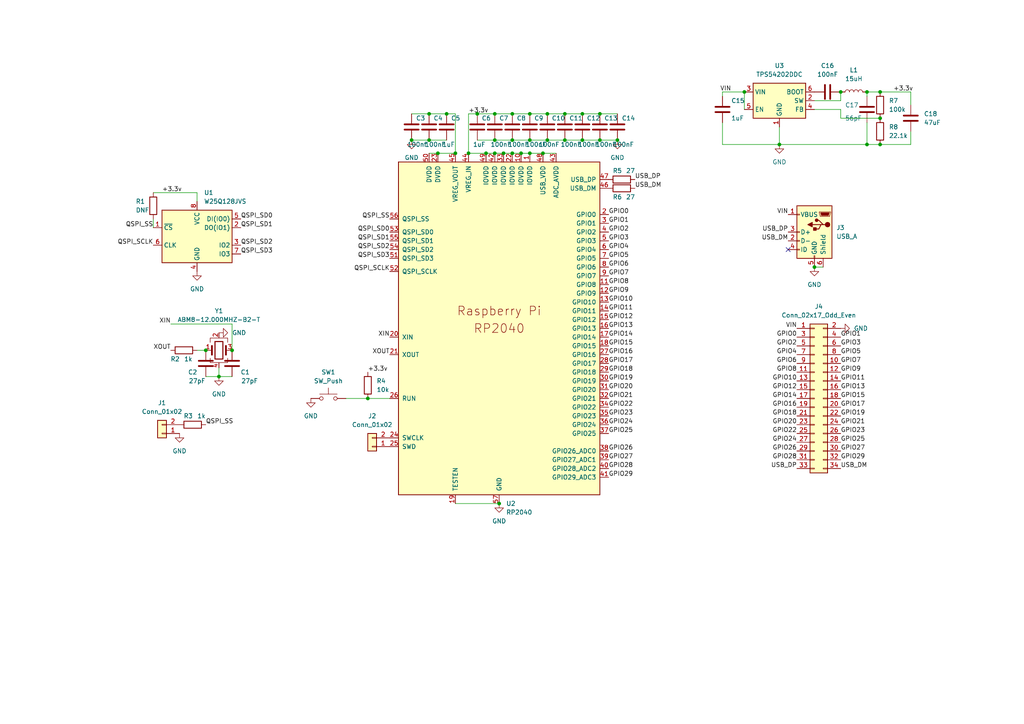
<source format=kicad_sch>
(kicad_sch (version 20211123) (generator eeschema)
  (paper "A4")
  (lib_symbols
    (symbol "Connector:USB_B_Micro" (pin_names (offset 1.016))
      (property "Reference" "J" (at -5.08 11.43 0))
      (property "Value" "USB_B_Micro" (at -5.08 8.89 0))
      (symbol "USB_B_Micro_0_1"
        (rectangle (start -5.08 -7.62) (end 5.08 7.62) (stroke (width 0.254)) (fill (type background)))
        (circle (center -3.81 2.159) (radius 0.635) (stroke (width 0.254)) (fill (type outline)))
        (circle (center -0.635 3.429) (radius 0.381) (stroke (width 0.254)) (fill (type outline)))
        (rectangle (start -0.127 -7.62) (end 0.127 -6.858))
        (polyline (pts (xy -1.905 2.159) (xy 0.635 2.159)) (stroke (width 0.254)))
        (polyline (pts (xy -3.175 2.159) (xy -2.54 2.159) (xy -1.27 3.429) (xy -0.635 3.429)) (stroke (width 0.254)))
        (polyline (pts (xy -2.54 2.159) (xy -1.905 2.159) (xy -1.27 0.889) (xy 0 0.889)) (stroke (width 0.254)))
        (polyline (pts (xy 0.635 2.794) (xy 0.635 1.524) (xy 1.905 2.159) (xy 0.635 2.794)) (stroke (width 0.254)) (fill (type outline)))
        (polyline (pts (xy -4.318 5.588) (xy -1.778 5.588) (xy -2.032 4.826) (xy -4.064 4.826) (xy -4.318 5.588)) (fill (type outline)))
        (polyline (pts (xy -4.699 5.842) (xy -4.699 5.588) (xy -4.445 4.826) (xy -4.445 4.572) (xy -1.651 4.572) (xy -1.651 4.826) (xy -1.397 5.588) (xy -1.397 5.842) (xy -4.699 5.842)))
        (rectangle (start 0.254 1.27) (end -0.508 0.508) (stroke (width 0.254)) (fill (type outline)))
        (rectangle (start 5.08 -5.207) (end 4.318 -4.953))
        (rectangle (start 5.08 -2.667) (end 4.318 -2.413))
        (rectangle (start 5.08 -0.127) (end 4.318 0.127))
        (rectangle (start 5.08 4.953) (end 4.318 5.207))
      )
      (symbol "USB_B_Micro_1_1"
        (pin power_out line (at 7.62 5.08 180) (length 2.54) (name "VBUS") (number "1"))
        (pin bidirectional line (at 7.62 -2.54 180) (length 2.54) (name "D-") (number "2"))
        (pin bidirectional line (at 7.62 0 180) (length 2.54) (name "D+") (number "3"))
        (pin passive line (at 7.62 -5.08 180) (length 2.54) (name "ID") (number "4"))
        (pin power_out line (at 0 -10.16 90) (length 2.54) (name "GND") (number "5"))
        (pin passive line (at -2.54 -10.16 90) (length 2.54) (name "Shield") (number "6"))
      )
    )
    (symbol "Connector_Generic:Conn_01x02" (pin_names (offset 1.016) hide)
      (property "Reference" "J" (at 0 2.54 0))
      (property "Value" "Conn_01x02" (at 0 -5.08 0))
      (symbol "Conn_01x02_1_1"
        (rectangle (start -1.27 -2.413) (end 0 -2.667) (stroke (width 0.1524)))
        (rectangle (start -1.27 0.127) (end 0 -0.127) (stroke (width 0.1524)))
        (rectangle (start -1.27 1.27) (end 1.27 -3.81) (stroke (width 0.254)) (fill (type background)))
        (pin passive line (at -5.08 0 0) (length 3.81) (name "Pin_1") (number "1"))
        (pin passive line (at -5.08 -2.54 0) (length 3.81) (name "Pin_2") (number "2"))
      )
    )
    (symbol "Connector_Generic:Conn_02x17_Odd_Even" (pin_names (offset 1.016) hide)
      (property "Reference" "J" (at 1.27 22.86 0))
      (property "Value" "Conn_02x17_Odd_Even" (at 1.27 -22.86 0))
      (symbol "Conn_02x17_Odd_Even_1_1"
        (rectangle (start -1.27 -20.193) (end 0 -20.447) (stroke (width 0.1524)))
        (rectangle (start -1.27 -17.653) (end 0 -17.907) (stroke (width 0.1524)))
        (rectangle (start -1.27 -15.113) (end 0 -15.367) (stroke (width 0.1524)))
        (rectangle (start -1.27 -12.573) (end 0 -12.827) (stroke (width 0.1524)))
        (rectangle (start -1.27 -10.033) (end 0 -10.287) (stroke (width 0.1524)))
        (rectangle (start -1.27 -7.493) (end 0 -7.747) (stroke (width 0.1524)))
        (rectangle (start -1.27 -4.953) (end 0 -5.207) (stroke (width 0.1524)))
        (rectangle (start -1.27 -2.413) (end 0 -2.667) (stroke (width 0.1524)))
        (rectangle (start -1.27 0.127) (end 0 -0.127) (stroke (width 0.1524)))
        (rectangle (start -1.27 2.667) (end 0 2.413) (stroke (width 0.1524)))
        (rectangle (start -1.27 5.207) (end 0 4.953) (stroke (width 0.1524)))
        (rectangle (start -1.27 7.747) (end 0 7.493) (stroke (width 0.1524)))
        (rectangle (start -1.27 10.287) (end 0 10.033) (stroke (width 0.1524)))
        (rectangle (start -1.27 12.827) (end 0 12.573) (stroke (width 0.1524)))
        (rectangle (start -1.27 15.367) (end 0 15.113) (stroke (width 0.1524)))
        (rectangle (start -1.27 17.907) (end 0 17.653) (stroke (width 0.1524)))
        (rectangle (start -1.27 20.447) (end 0 20.193) (stroke (width 0.1524)))
        (rectangle (start -1.27 21.59) (end 3.81 -21.59) (stroke (width 0.254)) (fill (type background)))
        (rectangle (start 3.81 -20.193) (end 2.54 -20.447) (stroke (width 0.1524)))
        (rectangle (start 3.81 -17.653) (end 2.54 -17.907) (stroke (width 0.1524)))
        (rectangle (start 3.81 -15.113) (end 2.54 -15.367) (stroke (width 0.1524)))
        (rectangle (start 3.81 -12.573) (end 2.54 -12.827) (stroke (width 0.1524)))
        (rectangle (start 3.81 -10.033) (end 2.54 -10.287) (stroke (width 0.1524)))
        (rectangle (start 3.81 -7.493) (end 2.54 -7.747) (stroke (width 0.1524)))
        (rectangle (start 3.81 -4.953) (end 2.54 -5.207) (stroke (width 0.1524)))
        (rectangle (start 3.81 -2.413) (end 2.54 -2.667) (stroke (width 0.1524)))
        (rectangle (start 3.81 0.127) (end 2.54 -0.127) (stroke (width 0.1524)))
        (rectangle (start 3.81 2.667) (end 2.54 2.413) (stroke (width 0.1524)))
        (rectangle (start 3.81 5.207) (end 2.54 4.953) (stroke (width 0.1524)))
        (rectangle (start 3.81 7.747) (end 2.54 7.493) (stroke (width 0.1524)))
        (rectangle (start 3.81 10.287) (end 2.54 10.033) (stroke (width 0.1524)))
        (rectangle (start 3.81 12.827) (end 2.54 12.573) (stroke (width 0.1524)))
        (rectangle (start 3.81 15.367) (end 2.54 15.113) (stroke (width 0.1524)))
        (rectangle (start 3.81 17.907) (end 2.54 17.653) (stroke (width 0.1524)))
        (rectangle (start 3.81 20.447) (end 2.54 20.193) (stroke (width 0.1524)))
        (pin passive line (at -5.08 20.32 0) (length 3.81) (name "Pin_1") (number "1"))
        (pin passive line (at 7.62 10.16 180) (length 3.81) (name "Pin_10") (number "10"))
        (pin passive line (at -5.08 7.62 0) (length 3.81) (name "Pin_11") (number "11"))
        (pin passive line (at 7.62 7.62 180) (length 3.81) (name "Pin_12") (number "12"))
        (pin passive line (at -5.08 5.08 0) (length 3.81) (name "Pin_13") (number "13"))
        (pin passive line (at 7.62 5.08 180) (length 3.81) (name "Pin_14") (number "14"))
        (pin passive line (at -5.08 2.54 0) (length 3.81) (name "Pin_15") (number "15"))
        (pin passive line (at 7.62 2.54 180) (length 3.81) (name "Pin_16") (number "16"))
        (pin passive line (at -5.08 0 0) (length 3.81) (name "Pin_17") (number "17"))
        (pin passive line (at 7.62 0 180) (length 3.81) (name "Pin_18") (number "18"))
        (pin passive line (at -5.08 -2.54 0) (length 3.81) (name "Pin_19") (number "19"))
        (pin passive line (at 7.62 20.32 180) (length 3.81) (name "Pin_2") (number "2"))
        (pin passive line (at 7.62 -2.54 180) (length 3.81) (name "Pin_20") (number "20"))
        (pin passive line (at -5.08 -5.08 0) (length 3.81) (name "Pin_21") (number "21"))
        (pin passive line (at 7.62 -5.08 180) (length 3.81) (name "Pin_22") (number "22"))
        (pin passive line (at -5.08 -7.62 0) (length 3.81) (name "Pin_23") (number "23"))
        (pin passive line (at 7.62 -7.62 180) (length 3.81) (name "Pin_24") (number "24"))
        (pin passive line (at -5.08 -10.16 0) (length 3.81) (name "Pin_25") (number "25"))
        (pin passive line (at 7.62 -10.16 180) (length 3.81) (name "Pin_26") (number "26"))
        (pin passive line (at -5.08 -12.7 0) (length 3.81) (name "Pin_27") (number "27"))
        (pin passive line (at 7.62 -12.7 180) (length 3.81) (name "Pin_28") (number "28"))
        (pin passive line (at -5.08 -15.24 0) (length 3.81) (name "Pin_29") (number "29"))
        (pin passive line (at -5.08 17.78 0) (length 3.81) (name "Pin_3") (number "3"))
        (pin passive line (at 7.62 -15.24 180) (length 3.81) (name "Pin_30") (number "30"))
        (pin passive line (at -5.08 -17.78 0) (length 3.81) (name "Pin_31") (number "31"))
        (pin passive line (at 7.62 -17.78 180) (length 3.81) (name "Pin_32") (number "32"))
        (pin passive line (at -5.08 -20.32 0) (length 3.81) (name "Pin_33") (number "33"))
        (pin passive line (at 7.62 -20.32 180) (length 3.81) (name "Pin_34") (number "34"))
        (pin passive line (at 7.62 17.78 180) (length 3.81) (name "Pin_4") (number "4"))
        (pin passive line (at -5.08 15.24 0) (length 3.81) (name "Pin_5") (number "5"))
        (pin passive line (at 7.62 15.24 180) (length 3.81) (name "Pin_6") (number "6"))
        (pin passive line (at -5.08 12.7 0) (length 3.81) (name "Pin_7") (number "7"))
        (pin passive line (at 7.62 12.7 180) (length 3.81) (name "Pin_8") (number "8"))
        (pin passive line (at -5.08 10.16 0) (length 3.81) (name "Pin_9") (number "9"))
      )
    )
    (symbol "Device:C" (pin_numbers hide) (pin_names (offset 0.254))
      (property "Reference" "C" (at 0.635 2.54 0))
      (property "Value" "C" (at 0.635 -2.54 0))
      (symbol "C_0_1"
        (polyline (pts (xy -2.032 -0.762) (xy 2.032 -0.762)) (stroke (width 0.508)))
        (polyline (pts (xy -2.032 0.762) (xy 2.032 0.762)) (stroke (width 0.508)))
      )
      (symbol "C_1_1"
        (pin passive line (at 0 3.81 270) (length 2.794) (name "~") (number "1"))
        (pin passive line (at 0 -3.81 90) (length 2.794) (name "~") (number "2"))
      )
    )
    (symbol "Device:Crystal_GND24" (pin_names (offset 1.016) hide)
      (property "Reference" "Y" (at 3.175 5.08 0))
      (property "Value" "Crystal_GND24" (at 3.175 3.175 0))
      (symbol "Crystal_GND24_0_1"
        (rectangle (start -1.143 2.54) (end 1.143 -2.54) (stroke (width 0.3048)))
        (polyline (pts (xy -2.54 0) (xy -2.032 0)))
        (polyline (pts (xy -2.032 -1.27) (xy -2.032 1.27)) (stroke (width 0.508)))
        (polyline (pts (xy 0 -3.81) (xy 0 -3.556)))
        (polyline (pts (xy 0 3.556) (xy 0 3.81)))
        (polyline (pts (xy 2.032 -1.27) (xy 2.032 1.27)) (stroke (width 0.508)))
        (polyline (pts (xy 2.032 0) (xy 2.54 0)))
        (polyline (pts (xy -2.54 -2.286) (xy -2.54 -3.556) (xy 2.54 -3.556) (xy 2.54 -2.286)))
        (polyline (pts (xy -2.54 2.286) (xy -2.54 3.556) (xy 2.54 3.556) (xy 2.54 2.286)))
      )
      (symbol "Crystal_GND24_1_1"
        (pin passive line (at -3.81 0 0) (length 1.27) (name "1") (number "1"))
        (pin passive line (at 0 5.08 270) (length 1.27) (name "2") (number "2"))
        (pin passive line (at 3.81 0 180) (length 1.27) (name "3") (number "3"))
        (pin passive line (at 0 -5.08 90) (length 1.27) (name "4") (number "4"))
      )
    )
    (symbol "Device:L" (pin_numbers hide) (pin_names (offset 1.016) hide)
      (property "Reference" "L" (at -1.27 0 90))
      (property "Value" "L" (at 1.905 0 90))
      (symbol "L_0_1"
        (arc (start 0 -2.54) (mid 0.635 -1.905) (end 0 -1.27))
        (arc (start 0 -1.27) (mid 0.635 -0.635) (end 0 0))
        (arc (start 0 0) (mid 0.635 0.635) (end 0 1.27))
        (arc (start 0 1.27) (mid 0.635 1.905) (end 0 2.54))
      )
      (symbol "L_1_1"
        (pin passive line (at 0 3.81 270) (length 1.27) (name "1") (number "1"))
        (pin passive line (at 0 -3.81 90) (length 1.27) (name "2") (number "2"))
      )
    )
    (symbol "Device:R" (pin_numbers hide) (pin_names (offset 0))
      (property "Reference" "R" (at 2.032 0 90))
      (property "Value" "R" (at 0 0 90))
      (symbol "R_0_1"
        (rectangle (start -1.016 -2.54) (end 1.016 2.54) (stroke (width 0.254)))
      )
      (symbol "R_1_1"
        (pin passive line (at 0 3.81 270) (length 1.27) (name "~") (number "1"))
        (pin passive line (at 0 -3.81 90) (length 1.27) (name "~") (number "2"))
      )
    )
    (symbol "Memory_Flash:W25Q128JVS"
      (property "Reference" "U" (at -8.89 8.89 0))
      (property "Value" "W25Q128JVS" (at 7.62 8.89 0))
      (symbol "W25Q128JVS_0_1"
        (rectangle (start -10.16 7.62) (end 10.16 -7.62) (stroke (width 0.254)) (fill (type background)))
      )
      (symbol "W25Q128JVS_1_1"
        (pin input line (at -12.7 2.54 0) (length 2.54) (name "~{CS}") (number "1"))
        (pin bidirectional line (at 12.7 2.54 180) (length 2.54) (name "DO(IO1)") (number "2"))
        (pin bidirectional line (at 12.7 -2.54 180) (length 2.54) (name "IO2") (number "3"))
        (pin power_in line (at 0 -10.16 90) (length 2.54) (name "GND") (number "4"))
        (pin bidirectional line (at 12.7 5.08 180) (length 2.54) (name "DI(IO0)") (number "5"))
        (pin input line (at -12.7 -2.54 0) (length 2.54) (name "CLK") (number "6"))
        (pin bidirectional line (at 12.7 -5.08 180) (length 2.54) (name "IO3") (number "7"))
        (pin power_in line (at 0 10.16 270) (length 2.54) (name "VCC") (number "8"))
      )
    )
    (symbol "Regulator_Switching:TPS54202DDC"
      (property "Reference" "U" (at -7.62 6.35 0))
      (property "Value" "TPS54202DDC" (at 0 6.35 0))
      (symbol "TPS54202DDC_0_1"
        (rectangle (start -7.62 5.08) (end 7.62 -5.08) (stroke (width 0.254)) (fill (type background)))
      )
      (symbol "TPS54202DDC_1_1"
        (pin power_in line (at 0 -7.62 90) (length 2.54) (name "GND") (number "1"))
        (pin power_out line (at 10.16 0 180) (length 2.54) (name "SW") (number "2"))
        (pin power_in line (at -10.16 2.54 0) (length 2.54) (name "VIN") (number "3"))
        (pin input line (at 10.16 -2.54 180) (length 2.54) (name "FB") (number "4"))
        (pin input line (at -10.16 -2.54 0) (length 2.54) (name "EN") (number "5"))
        (pin passive line (at 10.16 2.54 180) (length 2.54) (name "BOOT") (number "6"))
      )
    )
    (symbol "Switch:SW_Push" (pin_numbers hide) (pin_names (offset 1.016) hide)
      (property "Reference" "SW" (at 1.27 2.54 0))
      (property "Value" "SW_Push" (at 0 -1.524 0))
      (symbol "SW_Push_0_1"
        (circle (center -2.032 0) (radius 0.508))
        (polyline (pts (xy 0 1.27) (xy 0 3.048)))
        (polyline (pts (xy 2.54 1.27) (xy -2.54 1.27)))
        (circle (center 2.032 0) (radius 0.508))
        (pin passive line (at -5.08 0 0) (length 2.54) (name "1") (number "1"))
        (pin passive line (at 5.08 0 180) (length 2.54) (name "2") (number "2"))
      )
    )
    (symbol "power:GND" (power) (pin_names (offset 0))
      (property "Value" "GND" (at 0 -3.81 0))
      (symbol "GND_0_1"
        (polyline (pts (xy 0 0) (xy 0 -1.27) (xy 1.27 -1.27) (xy 0 -2.54) (xy -1.27 -1.27) (xy 0 -1.27)))
      )
      (symbol "GND_1_1"
        (pin power_in line (at 0 0 270) (length 0) hide (name "GND") (number "1"))
      )
    )
    (symbol "rp2040-control-board:RP2040" (pin_names (offset 1.016))
      (property "Reference" "U" (at -29.21 49.53 0))
      (property "Value" "RP2040" (at 24.13 -49.53 0))
      (symbol "RP2040_0_0"
        (text "Raspberry Pi" (at 0 5.08 0) (effects (font (size 2.54 2.54))))
        (text "RP2040" (at 0 0 0) (effects (font (size 2.54 2.54))))
      )
      (symbol "RP2040_0_1"
        (rectangle (start 29.21 48.26) (end -29.21 -48.26) (stroke (width 0.254)) (fill (type background)))
      )
      (symbol "RP2040_1_1"
        (pin power_in line (at 8.89 50.8 270) (length 2.54) (name "IOVDD") (number "1"))
        (pin power_in line (at 6.35 50.8 270) (length 2.54) (name "IOVDD") (number "10"))
        (pin bidirectional line (at 31.75 12.7 180) (length 2.54) (name "GPIO8") (number "11"))
        (pin bidirectional line (at 31.75 10.16 180) (length 2.54) (name "GPIO9") (number "12"))
        (pin bidirectional line (at 31.75 7.62 180) (length 2.54) (name "GPIO10") (number "13"))
        (pin bidirectional line (at 31.75 5.08 180) (length 2.54) (name "GPIO11") (number "14"))
        (pin bidirectional line (at 31.75 2.54 180) (length 2.54) (name "GPIO12") (number "15"))
        (pin bidirectional line (at 31.75 0 180) (length 2.54) (name "GPIO13") (number "16"))
        (pin bidirectional line (at 31.75 -2.54 180) (length 2.54) (name "GPIO14") (number "17"))
        (pin bidirectional line (at 31.75 -5.08 180) (length 2.54) (name "GPIO15") (number "18"))
        (pin passive line (at -12.7 -50.8 90) (length 2.54) (name "TESTEN") (number "19"))
        (pin bidirectional line (at 31.75 33.02 180) (length 2.54) (name "GPIO0") (number "2"))
        (pin input line (at -31.75 -2.54 0) (length 2.54) (name "XIN") (number "20"))
        (pin passive line (at -31.75 -7.62 0) (length 2.54) (name "XOUT") (number "21"))
        (pin power_in line (at 3.81 50.8 270) (length 2.54) (name "IOVDD") (number "22"))
        (pin power_in line (at -17.78 50.8 270) (length 2.54) (name "DVDD") (number "23"))
        (pin output line (at -31.75 -31.75 0) (length 2.54) (name "SWCLK") (number "24"))
        (pin bidirectional line (at -31.75 -34.29 0) (length 2.54) (name "SWD") (number "25"))
        (pin input line (at -31.75 -20.32 0) (length 2.54) (name "RUN") (number "26"))
        (pin bidirectional line (at 31.75 -7.62 180) (length 2.54) (name "GPIO16") (number "27"))
        (pin bidirectional line (at 31.75 -10.16 180) (length 2.54) (name "GPIO17") (number "28"))
        (pin bidirectional line (at 31.75 -12.7 180) (length 2.54) (name "GPIO18") (number "29"))
        (pin bidirectional line (at 31.75 30.48 180) (length 2.54) (name "GPIO1") (number "3"))
        (pin bidirectional line (at 31.75 -15.24 180) (length 2.54) (name "GPIO19") (number "30"))
        (pin bidirectional line (at 31.75 -17.78 180) (length 2.54) (name "GPIO20") (number "31"))
        (pin bidirectional line (at 31.75 -20.32 180) (length 2.54) (name "GPIO21") (number "32"))
        (pin power_in line (at 1.27 50.8 270) (length 2.54) (name "IOVDD") (number "33"))
        (pin bidirectional line (at 31.75 -22.86 180) (length 2.54) (name "GPIO22") (number "34"))
        (pin bidirectional line (at 31.75 -25.4 180) (length 2.54) (name "GPIO23") (number "35"))
        (pin bidirectional line (at 31.75 -27.94 180) (length 2.54) (name "GPIO24") (number "36"))
        (pin bidirectional line (at 31.75 -30.48 180) (length 2.54) (name "GPIO25") (number "37"))
        (pin bidirectional line (at 31.75 -35.56 180) (length 2.54) (name "GPIO26_ADC0") (number "38"))
        (pin bidirectional line (at 31.75 -38.1 180) (length 2.54) (name "GPIO27_ADC1") (number "39"))
        (pin bidirectional line (at 31.75 27.94 180) (length 2.54) (name "GPIO2") (number "4"))
        (pin bidirectional line (at 31.75 -40.64 180) (length 2.54) (name "GPIO28_ADC2") (number "40"))
        (pin bidirectional line (at 31.75 -43.18 180) (length 2.54) (name "GPIO29_ADC3") (number "41"))
        (pin power_in line (at -1.27 50.8 270) (length 2.54) (name "IOVDD") (number "42"))
        (pin power_in line (at 16.51 50.8 270) (length 2.54) (name "ADC_AVDD") (number "43"))
        (pin power_in line (at -8.89 50.8 270) (length 2.54) (name "VREG_IN") (number "44"))
        (pin power_out line (at -12.7 50.8 270) (length 2.54) (name "VREG_VOUT") (number "45"))
        (pin bidirectional line (at 31.75 40.64 180) (length 2.54) (name "USB_DM") (number "46"))
        (pin bidirectional line (at 31.75 43.18 180) (length 2.54) (name "USB_DP") (number "47"))
        (pin power_in line (at 12.7 50.8 270) (length 2.54) (name "USB_VDD") (number "48"))
        (pin power_in line (at -3.81 50.8 270) (length 2.54) (name "IOVDD") (number "49"))
        (pin bidirectional line (at 31.75 25.4 180) (length 2.54) (name "GPIO3") (number "5"))
        (pin power_in line (at -20.32 50.8 270) (length 2.54) (name "DVDD") (number "50"))
        (pin bidirectional line (at -31.75 20.32 0) (length 2.54) (name "QSPI_SD3") (number "51"))
        (pin output line (at -31.75 16.51 0) (length 2.54) (name "QSPI_SCLK") (number "52"))
        (pin bidirectional line (at -31.75 27.94 0) (length 2.54) (name "QSPI_SD0") (number "53"))
        (pin bidirectional line (at -31.75 22.86 0) (length 2.54) (name "QSPI_SD2") (number "54"))
        (pin bidirectional line (at -31.75 25.4 0) (length 2.54) (name "QSPI_SD1") (number "55"))
        (pin bidirectional line (at -31.75 31.75 0) (length 2.54) (name "QSPI_SS") (number "56"))
        (pin power_in line (at 0 -50.8 90) (length 2.54) (name "GND") (number "57"))
        (pin bidirectional line (at 31.75 22.86 180) (length 2.54) (name "GPIO4") (number "6"))
        (pin bidirectional line (at 31.75 20.32 180) (length 2.54) (name "GPIO5") (number "7"))
        (pin bidirectional line (at 31.75 17.78 180) (length 2.54) (name "GPIO6") (number "8"))
        (pin bidirectional line (at 31.75 15.24 180) (length 2.54) (name "GPIO7") (number "9"))
      )
    )
  )
  (junction (at 251.46 26.67))
  (junction (at 135.89 44.45))
  (junction (at 255.27 26.67))
  (junction (at 251.46 41.91))
  (junction (at 243.84 26.67))
  (junction (at 157.48 44.45))
  (junction (at 119.38 40.64))
  (junction (at 168.91 33.02))
  (junction (at 138.43 33.02))
  (junction (at 148.59 44.45))
  (junction (at 163.83 33.02))
  (junction (at 127 44.45))
  (junction (at 143.51 33.02))
  (junction (at 132.08 44.45))
  (junction (at 63.5 109.22))
  (junction (at 153.67 44.45))
  (junction (at 151.13 44.45))
  (junction (at 255.27 41.91))
  (junction (at 106.68 115.57))
  (junction (at 153.67 33.02))
  (junction (at 124.46 33.02))
  (junction (at 129.54 33.02))
  (junction (at 236.22 77.47))
  (junction (at 215.9 26.67))
  (junction (at 158.75 33.02))
  (junction (at 255.27 34.29))
  (junction (at 143.51 44.45))
  (junction (at 143.51 40.64))
  (junction (at 67.31 101.6))
  (junction (at 173.99 33.02))
  (junction (at 148.59 40.64))
  (junction (at 153.67 40.64))
  (junction (at 59.69 101.6))
  (junction (at 173.99 40.64))
  (junction (at 168.91 40.64))
  (junction (at 163.83 40.64))
  (junction (at 158.75 40.64))
  (junction (at 226.06 41.91))
  (junction (at 146.05 44.45))
  (junction (at 144.78 146.05))
  (junction (at 179.07 40.64))
  (junction (at 148.59 33.02))
  (junction (at 124.46 40.64))
  (junction (at 140.97 44.45))
  (no_connect (at 228.6 72.39))
  (wire (pts (xy 124.46 40.64) (xy 129.54 40.64)))
  (wire (pts (xy 138.43 33.02) (xy 135.89 33.02)))
  (wire (pts (xy 243.84 34.29) (xy 255.27 34.29)))
  (wire (pts (xy 135.89 44.45) (xy 140.97 44.45)))
  (wire (pts (xy 127 44.45) (xy 132.08 44.45)))
  (wire (pts (xy 132.08 33.02) (xy 132.08 44.45)))
  (wire (pts (xy 100.33 115.57) (xy 106.68 115.57)))
  (wire (pts (xy 132.08 146.05) (xy 144.78 146.05)))
  (wire (pts (xy 264.16 30.48) (xy 264.16 26.67)))
  (wire (pts (xy 143.51 33.02) (xy 138.43 33.02)))
  (wire (pts (xy 173.99 33.02) (xy 168.91 33.02)))
  (wire (pts (xy 251.46 35.56) (xy 251.46 41.91)))
  (wire (pts (xy 49.53 93.98) (xy 67.31 93.98)))
  (wire (pts (xy 124.46 44.45) (xy 127 44.45)))
  (wire (pts (xy 153.67 44.45) (xy 157.48 44.45)))
  (wire (pts (xy 124.46 33.02) (xy 129.54 33.02)))
  (wire (pts (xy 236.22 31.75) (xy 243.84 31.75)))
  (wire (pts (xy 44.45 63.5) (xy 44.45 66.04)))
  (wire (pts (xy 158.75 33.02) (xy 153.67 33.02)))
  (wire (pts (xy 129.54 33.02) (xy 132.08 33.02)))
  (wire (pts (xy 63.5 109.22) (xy 67.31 109.22)))
  (wire (pts (xy 226.06 41.91) (xy 226.06 36.83)))
  (wire (pts (xy 209.55 27.94) (xy 209.55 26.67)))
  (wire (pts (xy 251.46 41.91) (xy 226.06 41.91)))
  (wire (pts (xy 143.51 44.45) (xy 146.05 44.45)))
  (wire (pts (xy 168.91 40.64) (xy 173.99 40.64)))
  (wire (pts (xy 148.59 44.45) (xy 151.13 44.45)))
  (wire (pts (xy 163.83 33.02) (xy 158.75 33.02)))
  (wire (pts (xy 119.38 33.02) (xy 124.46 33.02)))
  (wire (pts (xy 179.07 33.02) (xy 173.99 33.02)))
  (wire (pts (xy 44.45 55.88) (xy 57.15 55.88)))
  (wire (pts (xy 135.89 33.02) (xy 135.89 44.45)))
  (wire (pts (xy 243.84 31.75) (xy 243.84 34.29)))
  (wire (pts (xy 264.16 41.91) (xy 255.27 41.91)))
  (wire (pts (xy 173.99 40.64) (xy 179.07 40.64)))
  (wire (pts (xy 143.51 40.64) (xy 148.59 40.64)))
  (wire (pts (xy 63.5 106.68) (xy 63.5 109.22)))
  (wire (pts (xy 255.27 26.67) (xy 251.46 26.67)))
  (wire (pts (xy 106.68 115.57) (xy 113.03 115.57)))
  (wire (pts (xy 163.83 40.64) (xy 168.91 40.64)))
  (wire (pts (xy 153.67 40.64) (xy 158.75 40.64)))
  (wire (pts (xy 209.55 26.67) (xy 215.9 26.67)))
  (wire (pts (xy 57.15 58.42) (xy 57.15 55.88)))
  (wire (pts (xy 264.16 26.67) (xy 255.27 26.67)))
  (wire (pts (xy 243.84 29.21) (xy 243.84 26.67)))
  (wire (pts (xy 251.46 26.67) (xy 251.46 27.94)))
  (wire (pts (xy 119.38 40.64) (xy 124.46 40.64)))
  (wire (pts (xy 168.91 33.02) (xy 163.83 33.02)))
  (wire (pts (xy 63.5 109.22) (xy 59.69 109.22)))
  (wire (pts (xy 264.16 38.1) (xy 264.16 41.91)))
  (wire (pts (xy 236.22 29.21) (xy 243.84 29.21)))
  (wire (pts (xy 67.31 93.98) (xy 67.31 101.6)))
  (wire (pts (xy 148.59 40.64) (xy 153.67 40.64)))
  (wire (pts (xy 158.75 40.64) (xy 163.83 40.64)))
  (wire (pts (xy 146.05 44.45) (xy 148.59 44.45)))
  (wire (pts (xy 148.59 33.02) (xy 143.51 33.02)))
  (wire (pts (xy 157.48 44.45) (xy 161.29 44.45)))
  (wire (pts (xy 236.22 77.47) (xy 238.76 77.47)))
  (wire (pts (xy 153.67 33.02) (xy 148.59 33.02)))
  (wire (pts (xy 151.13 44.45) (xy 153.67 44.45)))
  (wire (pts (xy 209.55 41.91) (xy 226.06 41.91)))
  (wire (pts (xy 138.43 40.64) (xy 143.51 40.64)))
  (wire (pts (xy 255.27 41.91) (xy 251.46 41.91)))
  (wire (pts (xy 215.9 26.67) (xy 215.9 31.75)))
  (wire (pts (xy 140.97 44.45) (xy 143.51 44.45)))
  (wire (pts (xy 209.55 35.56) (xy 209.55 41.91)))
  (wire (pts (xy 57.15 101.6) (xy 59.69 101.6)))
  (label "USB_DM" (at 184.15 54.61 0))
  (label "GPIO20" (at 176.53 113.03 0))
  (label "GPIO26" (at 176.53 130.81 0))
  (label "GPIO2" (at 176.53 67.31 0))
  (label "VIN" (at 228.6 62.23 180))
  (label "GPIO23" (at 243.84 125.73 0))
  (label "GPIO19" (at 176.53 110.49 0))
  (label "USB_DM" (at 228.6 69.85 180))
  (label "QSPI_SD1" (at 69.85 66.04 0))
  (label "GPIO7" (at 176.53 80.01 0))
  (label "GPIO25" (at 243.84 128.27 0))
  (label "GPIO17" (at 243.84 118.11 0))
  (label "GPIO14" (at 176.53 97.79 0))
  (label "GPIO3" (at 243.84 100.33 0))
  (label "GPIO11" (at 243.84 110.49 0))
  (label "GPIO27" (at 176.53 133.35 0))
  (label "GPIO12" (at 231.14 113.03 180))
  (label "GPIO4" (at 231.14 102.87 180))
  (label "GPIO1" (at 243.84 97.79 0))
  (label "USB_DP" (at 231.14 135.89 180))
  (label "GPIO26" (at 231.14 130.81 180))
  (label "QSPI_SD1" (at 113.03 69.85 180))
  (label "GPIO6" (at 176.53 77.47 0))
  (label "GPIO24" (at 231.14 128.27 180))
  (label "GPIO1" (at 176.53 64.77 0))
  (label "GPIO10" (at 231.14 110.49 180))
  (label "GPIO3" (at 176.53 69.85 0))
  (label "GPIO21" (at 243.84 123.19 0))
  (label "GPIO28" (at 231.14 133.35 180))
  (label "USB_DP" (at 228.6 67.31 180))
  (label "GPIO9" (at 243.84 107.95 0))
  (label "GPIO7" (at 243.84 105.41 0))
  (label "GPIO22" (at 176.53 118.11 0))
  (label "GPIO21" (at 176.53 115.57 0))
  (label "QSPI_SD0" (at 69.85 63.5 0))
  (label "QSPI_SS" (at 44.45 66.04 180))
  (label "QSPI_SCLK" (at 113.03 78.74 180))
  (label "GPIO9" (at 176.53 85.09 0))
  (label "QSPI_SD2" (at 69.85 71.12 0))
  (label "VIN" (at 212.09 26.67 180))
  (label "GPIO12" (at 176.53 92.71 0))
  (label "GPIO2" (at 231.14 100.33 180))
  (label "VIN" (at 231.14 95.25 180))
  (label "GPIO5" (at 243.84 102.87 0))
  (label "GPIO23" (at 176.53 120.65 0))
  (label "GPIO8" (at 231.14 107.95 180))
  (label "GPIO15" (at 176.53 100.33 0))
  (label "XOUT" (at 113.03 102.87 180))
  (label "XIN" (at 113.03 97.79 180))
  (label "GPIO24" (at 176.53 123.19 0))
  (label "GPIO29" (at 176.53 138.43 0))
  (label "GPIO14" (at 231.14 115.57 180))
  (label "GPIO29" (at 243.84 133.35 0))
  (label "GPIO13" (at 243.84 113.03 0))
  (label "USB_DP" (at 184.15 52.07 0))
  (label "GPIO11" (at 176.53 90.17 0))
  (label "GPIO16" (at 176.53 102.87 0))
  (label "GPIO4" (at 176.53 72.39 0))
  (label "GPIO22" (at 231.14 125.73 180))
  (label "GPIO15" (at 243.84 115.57 0))
  (label "QSPI_SD3" (at 113.03 74.93 180))
  (label "XIN" (at 49.53 93.98 180))
  (label "GPIO25" (at 176.53 125.73 0))
  (label "GPIO18" (at 231.14 120.65 180))
  (label "GPIO20" (at 231.14 123.19 180))
  (label "QSPI_SS" (at 113.03 63.5 180))
  (label "QSPI_SCLK" (at 44.45 71.12 180))
  (label "QSPI_SD0" (at 113.03 67.31 180))
  (label "+3.3v" (at 135.89 33.02 0))
  (label "XOUT" (at 49.53 101.6 180))
  (label "GPIO13" (at 176.53 95.25 0))
  (label "GPIO6" (at 231.14 105.41 180))
  (label "GPIO19" (at 243.84 120.65 0))
  (label "GPIO0" (at 176.53 62.23 0))
  (label "GPIO28" (at 176.53 135.89 0))
  (label "GPIO5" (at 176.53 74.93 0))
  (label "GPIO17" (at 176.53 105.41 0))
  (label "USB_DM" (at 243.84 135.89 0))
  (label "+3.3v" (at 106.68 107.95 0))
  (label "GPIO18" (at 176.53 107.95 0))
  (label "+3.3v" (at 259.08 26.67 0))
  (label "GPIO16" (at 231.14 118.11 180))
  (label "GPIO8" (at 176.53 82.55 0))
  (label "GPIO10" (at 176.53 87.63 0))
  (label "QSPI_SD2" (at 113.03 72.39 180))
  (label "QSPI_SS" (at 59.69 123.19 0))
  (label "GPIO27" (at 243.84 130.81 0))
  (label "GPIO0" (at 231.14 97.79 180))
  (label "+3.3v" (at 46.99 55.88 0))
  (label "QSPI_SD3" (at 69.85 73.66 0))
  (symbol (lib_id "Device:R") (at 44.45 59.69 0) (unit 1)
    (property "Reference" "R1" (at 39.37 58.42 0) (effects (justify left)))
    (property "Value" "DNF" (at 39.37 60.96 0) (effects (justify left)))
    (property "Footprint" "Resistor_SMD:R_0603_1608Metric" (effects hide))
  )
  (symbol (lib_id "Device:C") (at 138.43 36.83 0) (unit 1)
    (property "Reference" "C6" (at 139.7 34.29 0) (effects (justify left)))
    (property "Value" "1uF" (at 137.16 41.91 0) (effects (justify left)))
    (property "Footprint" "Capacitor_SMD:C_0603_1608Metric" (effects hide))
  )
  (symbol (lib_id "Device:C") (at 240.03 26.67 90) (unit 1)
    (property "Reference" "C16" (at 240.03 19.05 90))
    (property "Value" "100nF" (at 240.03 21.59 90))
    (property "Footprint" "Capacitor_SMD:C_0603_1608Metric" (effects hide))
  )
  (symbol (lib_id "Device:C") (at 119.38 36.83 0) (unit 1)
    (property "Reference" "C3" (at 120.65 34.29 0) (effects (justify left)))
    (property "Value" "100nf" (at 118.11 41.91 0) (effects (justify left)))
    (property "Footprint" "Capacitor_SMD:C_0603_1608Metric" (effects hide))
  )
  (symbol (lib_id "Device:L") (at 247.65 26.67 90) (unit 1)
    (property "Reference" "L1" (at 247.65 20.32 90))
    (property "Value" "15uH" (at 247.65 22.86 90))
    (property "Footprint" "Inductor_SMD:L_0805_2012Metric_Pad1.15x1.40mm_HandSolder" (effects hide))
  )
  (symbol (lib_id "Device:C") (at 173.99 36.83 0) (unit 1)
    (property "Reference" "C13" (at 175.26 34.29 0) (effects (justify left)))
    (property "Value" "100nF" (at 172.72 41.91 0) (effects (justify left)))
    (property "Footprint" "Capacitor_SMD:C_0603_1608Metric" (effects hide))
  )
  (symbol (lib_id "Device:C") (at 153.67 36.83 0) (unit 1)
    (property "Reference" "C9" (at 154.94 34.29 0) (effects (justify left)))
    (property "Value" "100nF" (at 152.4 41.91 0) (effects (justify left)))
    (property "Footprint" "Capacitor_SMD:C_0603_1608Metric" (effects hide))
  )
  (symbol (lib_id "power:GND") (at 236.22 77.47 0) (unit 1)
    (property "Reference" "#PWR09" (effects hide))
    (property "Value" "GND" (at 236.22 82.55 0))
  )
  (symbol (lib_id "power:GND") (at 63.5 109.22 0) (unit 1)
    (property "Reference" "#PWR03" (effects hide))
    (property "Value" "GND" (at 63.5 114.3 0))
  )
  (symbol (lib_id "power:GND") (at 119.38 40.64 0) (unit 1)
    (property "Reference" "#PWR05" (effects hide))
    (property "Value" "GND" (at 119.38 45.72 0))
  )
  (symbol (lib_id "power:GND") (at 226.06 41.91 0) (unit 1)
    (property "Reference" "#PWR08" (effects hide))
    (property "Value" "GND" (at 226.06 46.99 0))
  )
  (symbol (lib_id "Device:R") (at 255.27 30.48 0) (unit 1)
    (property "Reference" "R7" (at 257.81 29.2099 0) (effects (justify left)))
    (property "Value" "100k" (at 257.81 31.7499 0) (effects (justify left)))
    (property "Footprint" "Resistor_SMD:R_0603_1608Metric" (effects hide))
  )
  (symbol (lib_id "Device:C") (at 264.16 34.29 0) (unit 1)
    (property "Reference" "C18" (at 267.97 33.0199 0) (effects (justify left)))
    (property "Value" "47uF" (at 267.97 35.5599 0) (effects (justify left)))
    (property "Footprint" "Capacitor_SMD:C_0603_1608Metric" (effects hide))
  )
  (symbol (lib_id "Connector:USB_B_Micro") (at 236.22 67.31 0) (mirror y) (unit 1)
    (property "Reference" "J3" (at 242.57 66.0399 0) (effects (justify right)))
    (property "Value" "USB_A" (at 242.57 68.5799 0) (effects (justify right)))
    (property "Footprint" "Connector_USB:USB_Micro-B_Amphenol_10103594-0001LF_Horizontal" (effects hide))
  )
  (symbol (lib_id "Device:C") (at 209.55 31.75 0) (unit 1)
    (property "Reference" "C15" (at 212.09 29.21 0) (effects (justify left)))
    (property "Value" "1uF" (at 212.09 34.29 0) (effects (justify left)))
    (property "Footprint" "Capacitor_SMD:C_0603_1608Metric" (effects hide))
  )
  (symbol (lib_id "Device:R") (at 180.34 54.61 90) (unit 1)
    (property "Reference" "R6" (at 179.07 57.15 90))
    (property "Value" "27" (at 182.88 57.15 90))
    (property "Footprint" "Resistor_SMD:R_0603_1608Metric" (effects hide))
  )
  (symbol (lib_id "power:GND") (at 63.5 96.52 90) (unit 1)
    (property "Reference" "#PWR0101" (effects hide))
    (property "Value" "GND" (at 67.31 96.5199 90) (effects (justify right)))
  )
  (symbol (lib_id "Device:C") (at 59.69 105.41 0) (mirror x) (unit 1)
    (property "Reference" "C2" (at 55.88 107.95 0))
    (property "Value" "27pF" (at 57.15 110.49 0))
    (property "Footprint" "Capacitor_SMD:C_0603_1608Metric" (effects hide))
  )
  (symbol (lib_id "Device:C") (at 67.31 105.41 0) (mirror x) (unit 1)
    (property "Reference" "C1" (at 71.12 107.95 0))
    (property "Value" "27pF" (at 72.39 110.49 0))
    (property "Footprint" "Capacitor_SMD:C_0603_1608Metric" (effects hide))
  )
  (symbol (lib_id "Device:R") (at 255.27 38.1 0) (unit 1)
    (property "Reference" "R8" (at 257.81 36.8299 0) (effects (justify left)))
    (property "Value" "22.1k" (at 257.81 39.3699 0) (effects (justify left)))
    (property "Footprint" "Resistor_SMD:R_0603_1608Metric" (effects hide))
  )
  (symbol (lib_id "Device:C") (at 163.83 36.83 0) (unit 1)
    (property "Reference" "C11" (at 165.1 34.29 0) (effects (justify left)))
    (property "Value" "100nF" (at 162.56 41.91 0) (effects (justify left)))
    (property "Footprint" "Capacitor_SMD:C_0603_1608Metric" (effects hide))
  )
  (symbol (lib_id "power:GND") (at 179.07 40.64 0) (unit 1)
    (property "Reference" "#PWR07" (effects hide))
    (property "Value" "GND" (at 179.07 45.72 0))
  )
  (symbol (lib_id "power:GND") (at 90.17 115.57 0) (unit 1)
    (property "Reference" "#PWR04" (effects hide))
    (property "Value" "GND" (at 90.17 120.65 0))
  )
  (symbol (lib_id "Device:C") (at 251.46 31.75 0) (unit 1)
    (property "Reference" "C17" (at 245.11 30.48 0) (effects (justify left)))
    (property "Value" "56pF" (at 245.11 34.29 0) (effects (justify left)))
    (property "Footprint" "Capacitor_SMD:C_0603_1608Metric" (effects hide))
  )
  (symbol (lib_id "Device:C") (at 143.51 36.83 0) (unit 1)
    (property "Reference" "C7" (at 144.78 34.29 0) (effects (justify left)))
    (property "Value" "100nF" (at 142.24 41.91 0) (effects (justify left)))
    (property "Footprint" "Capacitor_SMD:C_0603_1608Metric" (effects hide))
  )
  (symbol (lib_id "Device:C") (at 148.59 36.83 0) (unit 1)
    (property "Reference" "C8" (at 149.86 34.29 0) (effects (justify left)))
    (property "Value" "100nF" (at 147.32 41.91 0) (effects (justify left)))
    (property "Footprint" "Capacitor_SMD:C_0603_1608Metric" (effects hide))
  )
  (symbol (lib_id "Device:C") (at 179.07 36.83 0) (unit 1)
    (property "Reference" "C14" (at 180.34 34.29 0) (effects (justify left)))
    (property "Value" "100nF" (at 177.8 41.91 0) (effects (justify left)))
    (property "Footprint" "Capacitor_SMD:C_0603_1608Metric" (effects hide))
  )
  (symbol (lib_id "rp2040-control-board:RP2040") (at 144.78 95.25 0) (unit 1)
    (property "Reference" "U2" (at 146.7994 146.05 0) (effects (justify left)))
    (property "Value" "RP2040" (at 146.7994 148.59 0) (effects (justify left)))
    (property "Footprint" "rp2040-control-board:RP2040-QFN-56" (effects hide))
  )
  (symbol (lib_id "Connector_Generic:Conn_01x02") (at 107.95 129.54 180) (unit 1)
    (property "Reference" "J2" (at 107.95 120.65 0))
    (property "Value" "Conn_01x02" (at 107.95 123.19 0))
    (property "Footprint" "Connector_PinHeader_2.54mm:PinHeader_1x02_P2.54mm_Vertical" (effects hide))
  )
  (symbol (lib_id "Device:R") (at 180.34 52.07 90) (unit 1)
    (property "Reference" "R5" (at 179.07 49.53 90))
    (property "Value" "27" (at 182.88 49.53 90))
    (property "Footprint" "Resistor_SMD:R_0603_1608Metric" (effects hide))
  )
  (symbol (lib_id "Connector_Generic:Conn_02x17_Odd_Even") (at 236.22 115.57 0) (unit 1)
    (property "Reference" "J4" (at 237.49 88.9 0))
    (property "Value" "Conn_02x17_Odd_Even" (at 237.49 91.44 0))
    (property "Footprint" "Connector_PinHeader_2.54mm:PinHeader_2x17_P2.54mm_Horizontal" (effects hide))
  )
  (symbol (lib_id "Device:R") (at 53.34 101.6 90) (mirror x) (unit 1)
    (property "Reference" "R2" (at 50.8 104.14 90))
    (property "Value" "1k" (at 54.61 104.14 90))
    (property "Footprint" "Resistor_SMD:R_0603_1608Metric" (effects hide))
  )
  (symbol (lib_id "Device:R") (at 55.88 123.19 90) (unit 1)
    (property "Reference" "R3" (at 54.61 120.65 90))
    (property "Value" "1k" (at 58.42 120.65 90))
    (property "Footprint" "Resistor_SMD:R_0603_1608Metric" (effects hide))
  )
  (symbol (lib_id "power:GND") (at 243.84 95.25 90) (unit 1)
    (property "Reference" "#PWR010" (effects hide))
    (property "Value" "GND" (at 247.65 95.2499 90) (effects (justify right)))
  )
  (symbol (lib_id "power:GND") (at 52.07 125.73 0) (unit 1)
    (property "Reference" "#PWR01" (effects hide))
    (property "Value" "GND" (at 52.07 130.81 0))
  )
  (symbol (lib_id "Device:C") (at 158.75 36.83 0) (unit 1)
    (property "Reference" "C10" (at 160.02 34.29 0) (effects (justify left)))
    (property "Value" "100nF" (at 156.21 41.91 0) (effects (justify left)))
    (property "Footprint" "Capacitor_SMD:C_0603_1608Metric" (effects hide))
  )
  (symbol (lib_id "Memory_Flash:W25Q128JVS") (at 57.15 68.58 0) (unit 1)
    (property "Reference" "U1" (at 59.1694 55.88 0) (effects (justify left)))
    (property "Value" "W25Q128JVS" (at 59.1694 58.42 0) (effects (justify left)))
    (property "Footprint" "Package_SO:SOIC-8_5.23x5.23mm_P1.27mm" (effects hide))
    (property "Datasheet" "http://www.winbond.com/resource-files/w25q128jv_dtr%20revc%2003272018%20plus.pdf" (effects hide))
  )
  (symbol (lib_id "power:GND") (at 144.78 146.05 0) (unit 1)
    (property "Reference" "#PWR06" (effects hide))
    (property "Value" "GND" (at 144.78 151.13 0))
  )
  (symbol (lib_id "Device:Crystal_GND24") (at 63.5 101.6 0) (unit 1)
    (property "Reference" "Y1" (at 63.5 90.17 0))
    (property "Value" "ABM8-12.000MHZ-B2-T" (at 63.5 92.71 0))
    (property "Footprint" "Crystal:Crystal_SMD_Abracon_ABM8G-4Pin_3.2x2.5mm" (effects hide))
  )
  (symbol (lib_id "Device:C") (at 168.91 36.83 0) (unit 1)
    (property "Reference" "C12" (at 170.18 34.29 0) (effects (justify left)))
    (property "Value" "100nF" (at 167.64 41.91 0) (effects (justify left)))
    (property "Footprint" "Capacitor_SMD:C_0603_1608Metric" (effects hide))
  )
  (symbol (lib_id "Connector_Generic:Conn_01x02") (at 46.99 125.73 180) (unit 1)
    (property "Reference" "J1" (at 46.99 116.84 0))
    (property "Value" "Conn_01x02" (at 46.99 119.38 0))
    (property "Footprint" "Connector_PinHeader_2.54mm:PinHeader_1x02_P2.54mm_Vertical" (effects hide))
  )
  (symbol (lib_id "power:GND") (at 57.15 78.74 0) (unit 1)
    (property "Reference" "#PWR02" (effects hide))
    (property "Value" "GND" (at 57.15 83.82 0))
  )
  (symbol (lib_id "Switch:SW_Push") (at 95.25 115.57 0) (unit 1)
    (property "Reference" "SW1" (at 95.25 107.95 0))
    (property "Value" "SW_Push" (at 95.25 110.49 0))
    (property "Footprint" "Button_Switch_SMD:SW_SPST_B3U-1000P" (effects hide))
  )
  (symbol (lib_id "Regulator_Switching:TPS54202DDC") (at 226.06 29.21 0) (unit 1)
    (property "Reference" "U3" (at 226.06 19.05 0))
    (property "Value" "TPS54202DDC" (at 226.06 21.59 0))
    (property "Footprint" "Package_TO_SOT_SMD:SOT-23-6" (effects hide))
    (property "Datasheet" "http://www.ti.com/lit/ds/symlink/tps54202.pdf" (effects hide))
  )
  (symbol (lib_id "Device:R") (at 106.68 111.76 0) (unit 1)
    (property "Reference" "R4" (at 109.22 110.4899 0) (effects (justify left)))
    (property "Value" "10k" (at 109.22 113.0299 0) (effects (justify left)))
    (property "Footprint" "Resistor_SMD:R_0603_1608Metric" (effects hide))
  )
  (symbol (lib_id "Device:C") (at 124.46 36.83 0) (unit 1)
    (property "Reference" "C4" (at 125.73 34.29 0) (effects (justify left)))
    (property "Value" "100nF" (at 123.19 41.91 0) (effects (justify left)))
    (property "Footprint" "Capacitor_SMD:C_0603_1608Metric" (effects hide))
  )
  (symbol (lib_id "Device:C") (at 129.54 36.83 0) (unit 1)
    (property "Reference" "C5" (at 130.81 34.29 0) (effects (justify left)))
    (property "Value" "1uF" (at 128.27 41.91 0) (effects (justify left)))
    (property "Footprint" "Capacitor_SMD:C_0603_1608Metric" (effects hide))
  )
)
</source>
